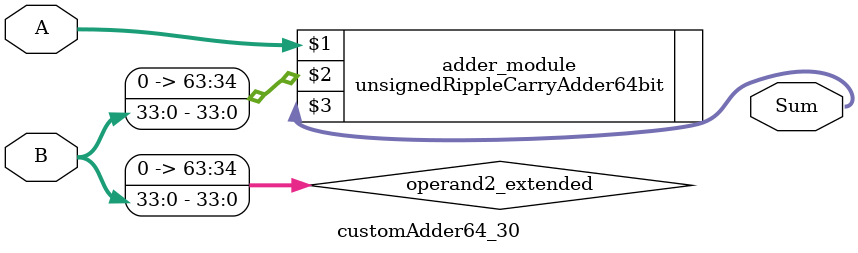
<source format=v>
module customAdder64_30(
                        input [63 : 0] A,
                        input [33 : 0] B,
                        
                        output [64 : 0] Sum
                );

        wire [63 : 0] operand2_extended;
        
        assign operand2_extended =  {30'b0, B};
        
        unsignedRippleCarryAdder64bit adder_module(
            A,
            operand2_extended,
            Sum
        );
        
        endmodule
        
</source>
